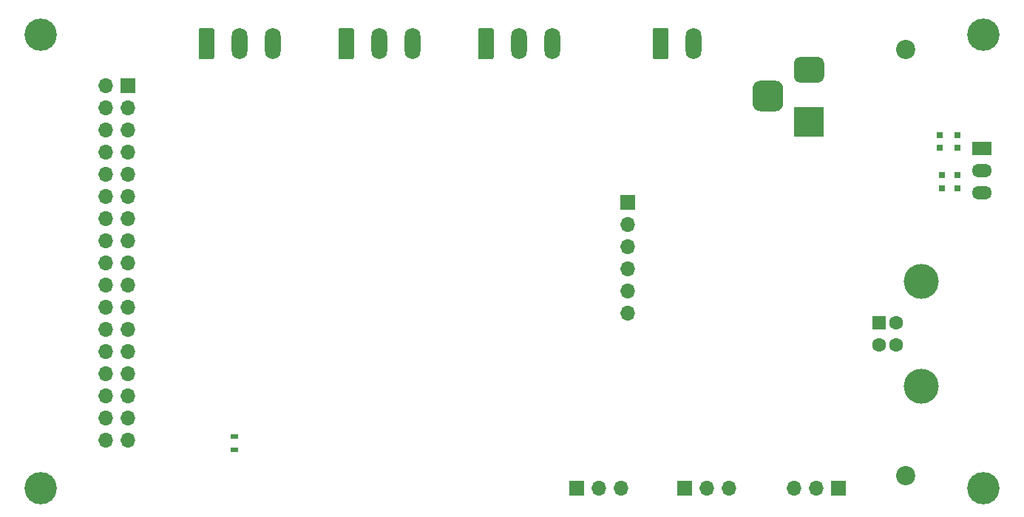
<source format=gbs>
G04 #@! TF.GenerationSoftware,KiCad,Pcbnew,(5.1.9)-1*
G04 #@! TF.CreationDate,2021-04-20T11:25:04+02:00*
G04 #@! TF.ProjectId,esp32-kaemmerlein-light-control,65737033-322d-46b6-9165-6d6d65726c65,rev?*
G04 #@! TF.SameCoordinates,Original*
G04 #@! TF.FileFunction,Soldermask,Bot*
G04 #@! TF.FilePolarity,Negative*
%FSLAX46Y46*%
G04 Gerber Fmt 4.6, Leading zero omitted, Abs format (unit mm)*
G04 Created by KiCad (PCBNEW (5.1.9)-1) date 2021-04-20 11:25:04*
%MOMM*%
%LPD*%
G01*
G04 APERTURE LIST*
%ADD10O,1.700000X1.700000*%
%ADD11R,1.700000X1.700000*%
%ADD12C,3.700000*%
%ADD13C,2.200000*%
%ADD14O,2.300000X1.500000*%
%ADD15R,2.300000X1.500000*%
%ADD16R,0.900000X0.500000*%
%ADD17O,1.800000X3.600000*%
%ADD18R,3.500000X3.500000*%
%ADD19C,4.000000*%
%ADD20C,1.600000*%
%ADD21R,1.600000X1.600000*%
%ADD22R,0.750000X0.800000*%
G04 APERTURE END LIST*
D10*
X113200000Y-125900000D03*
X113200000Y-123360000D03*
X113200000Y-120820000D03*
X113200000Y-118280000D03*
X113200000Y-115740000D03*
D11*
X113200000Y-113200000D03*
D12*
X46000000Y-146000000D03*
X46000000Y-94000000D03*
X154000000Y-146000000D03*
X154000000Y-94000000D03*
D13*
X145100000Y-144500000D03*
X145100000Y-95700000D03*
D14*
X153800000Y-112080000D03*
X153800000Y-109540000D03*
D15*
X153800000Y-107000000D03*
D16*
X68200000Y-140050000D03*
X68200000Y-141550000D03*
D17*
X104620000Y-95000000D03*
X100810000Y-95000000D03*
G36*
G01*
X96100000Y-96550000D02*
X96100000Y-93450000D01*
G75*
G02*
X96350000Y-93200000I250000J0D01*
G01*
X97650000Y-93200000D01*
G75*
G02*
X97900000Y-93450000I0J-250000D01*
G01*
X97900000Y-96550000D01*
G75*
G02*
X97650000Y-96800000I-250000J0D01*
G01*
X96350000Y-96800000D01*
G75*
G02*
X96100000Y-96550000I0J250000D01*
G01*
G37*
X72620000Y-95000000D03*
X68810000Y-95000000D03*
G36*
G01*
X64100000Y-96550000D02*
X64100000Y-93450000D01*
G75*
G02*
X64350000Y-93200000I250000J0D01*
G01*
X65650000Y-93200000D01*
G75*
G02*
X65900000Y-93450000I0J-250000D01*
G01*
X65900000Y-96550000D01*
G75*
G02*
X65650000Y-96800000I-250000J0D01*
G01*
X64350000Y-96800000D01*
G75*
G02*
X64100000Y-96550000I0J250000D01*
G01*
G37*
X88620000Y-95000000D03*
X84810000Y-95000000D03*
G36*
G01*
X80100000Y-96550000D02*
X80100000Y-93450000D01*
G75*
G02*
X80350000Y-93200000I250000J0D01*
G01*
X81650000Y-93200000D01*
G75*
G02*
X81900000Y-93450000I0J-250000D01*
G01*
X81900000Y-96550000D01*
G75*
G02*
X81650000Y-96800000I-250000J0D01*
G01*
X80350000Y-96800000D01*
G75*
G02*
X80100000Y-96550000I0J250000D01*
G01*
G37*
D10*
X124880000Y-146000000D03*
X122340000Y-146000000D03*
D11*
X119800000Y-146000000D03*
D10*
X112480000Y-146000000D03*
X109940000Y-146000000D03*
D11*
X107400000Y-146000000D03*
G36*
G01*
X128425000Y-99250000D02*
X130175000Y-99250000D01*
G75*
G02*
X131050000Y-100125000I0J-875000D01*
G01*
X131050000Y-101875000D01*
G75*
G02*
X130175000Y-102750000I-875000J0D01*
G01*
X128425000Y-102750000D01*
G75*
G02*
X127550000Y-101875000I0J875000D01*
G01*
X127550000Y-100125000D01*
G75*
G02*
X128425000Y-99250000I875000J0D01*
G01*
G37*
G36*
G01*
X133000000Y-96500000D02*
X135000000Y-96500000D01*
G75*
G02*
X135750000Y-97250000I0J-750000D01*
G01*
X135750000Y-98750000D01*
G75*
G02*
X135000000Y-99500000I-750000J0D01*
G01*
X133000000Y-99500000D01*
G75*
G02*
X132250000Y-98750000I0J750000D01*
G01*
X132250000Y-97250000D01*
G75*
G02*
X133000000Y-96500000I750000J0D01*
G01*
G37*
D18*
X134000000Y-104000000D03*
D10*
X53460000Y-140440000D03*
X56000000Y-140440000D03*
X53460000Y-137900000D03*
X56000000Y-137900000D03*
X53460000Y-135360000D03*
X56000000Y-135360000D03*
X53460000Y-132820000D03*
X56000000Y-132820000D03*
X53460000Y-130280000D03*
X56000000Y-130280000D03*
X53460000Y-127740000D03*
X56000000Y-127740000D03*
X53460000Y-125200000D03*
X56000000Y-125200000D03*
X53460000Y-122660000D03*
X56000000Y-122660000D03*
X53460000Y-120120000D03*
X56000000Y-120120000D03*
X53460000Y-117580000D03*
X56000000Y-117580000D03*
X53460000Y-115040000D03*
X56000000Y-115040000D03*
X53460000Y-112500000D03*
X56000000Y-112500000D03*
X53460000Y-109960000D03*
X56000000Y-109960000D03*
X53460000Y-107420000D03*
X56000000Y-107420000D03*
X53460000Y-104880000D03*
X56000000Y-104880000D03*
X53460000Y-102340000D03*
X56000000Y-102340000D03*
X53460000Y-99800000D03*
D11*
X56000000Y-99800000D03*
D17*
X120810000Y-95000000D03*
G36*
G01*
X116100000Y-96550000D02*
X116100000Y-93450000D01*
G75*
G02*
X116350000Y-93200000I250000J0D01*
G01*
X117650000Y-93200000D01*
G75*
G02*
X117900000Y-93450000I0J-250000D01*
G01*
X117900000Y-96550000D01*
G75*
G02*
X117650000Y-96800000I-250000J0D01*
G01*
X116350000Y-96800000D01*
G75*
G02*
X116100000Y-96550000I0J250000D01*
G01*
G37*
D10*
X132320000Y-146000000D03*
X134860000Y-146000000D03*
D11*
X137400000Y-146000000D03*
D19*
X146860000Y-122250000D03*
X146860000Y-134250000D03*
D20*
X144000000Y-127000000D03*
X144000000Y-129500000D03*
X142000000Y-129500000D03*
D21*
X142000000Y-127000000D03*
D22*
X151000000Y-110050000D03*
X151000000Y-111550000D03*
X149200000Y-110050000D03*
X149200000Y-111550000D03*
X151000000Y-105450000D03*
X151000000Y-106950000D03*
X149000000Y-105450000D03*
X149000000Y-106950000D03*
M02*

</source>
